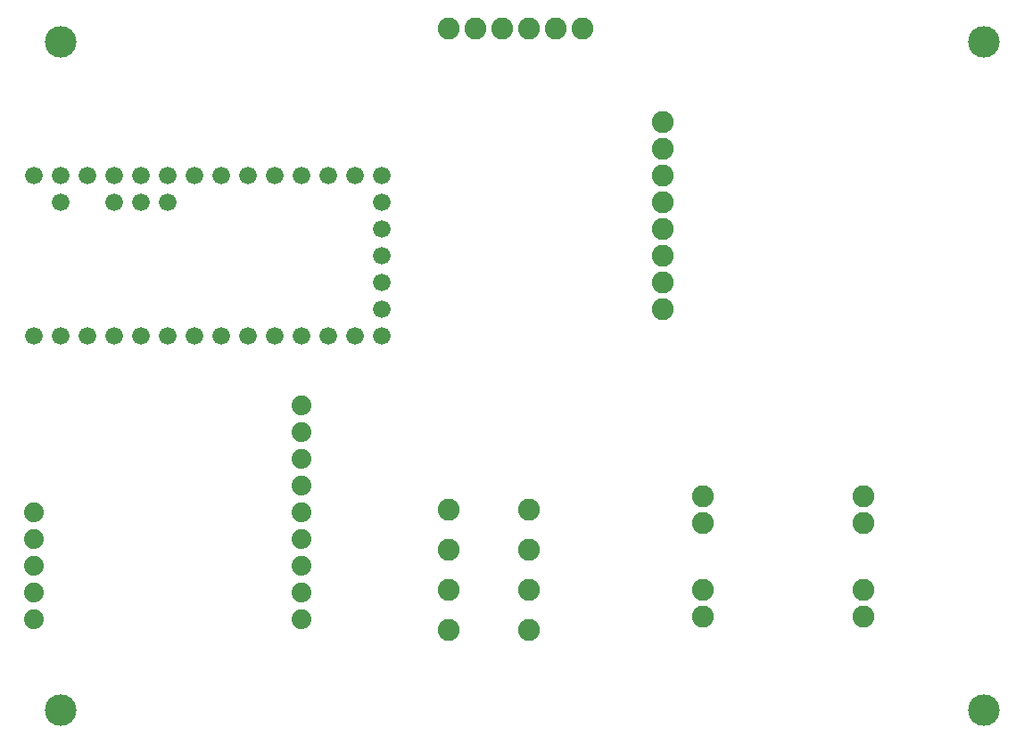
<source format=gbr>
G04 EAGLE Gerber X2 export*
%TF.Part,Single*%
%TF.FileFunction,Soldermask,Top,1*%
%TF.FilePolarity,Negative*%
%TF.GenerationSoftware,Autodesk,EAGLE,9.1.3*%
%TF.CreationDate,2020-01-09T21:36:22Z*%
G75*
%MOMM*%
%FSLAX34Y34*%
%LPD*%
%AMOC8*
5,1,8,0,0,1.08239X$1,22.5*%
G01*
%ADD10C,2.082800*%
%ADD11C,1.879600*%
%ADD12C,3.003200*%
%ADD13C,1.676400*%


D10*
X1485900Y368300D03*
X1485900Y342900D03*
X1638300Y368300D03*
X1638300Y342900D03*
X1485900Y457200D03*
X1485900Y431800D03*
X1244600Y901700D03*
X1270000Y901700D03*
X1295400Y901700D03*
X1320800Y901700D03*
X1346200Y901700D03*
X1371600Y901700D03*
X1320800Y406400D03*
X1244600Y406400D03*
X1320800Y368300D03*
X1244600Y368300D03*
X1320800Y330200D03*
X1244600Y330200D03*
D11*
X1104900Y340400D03*
X1104900Y365800D03*
X1104900Y391200D03*
X1104900Y416600D03*
X1104900Y442000D03*
X1104900Y467400D03*
X1104900Y492800D03*
X1104900Y518200D03*
X1104900Y543600D03*
X850900Y340400D03*
X850900Y365800D03*
X850900Y391200D03*
X850900Y416600D03*
X850900Y442000D03*
D10*
X1320800Y444500D03*
X1244600Y444500D03*
X1638300Y457200D03*
X1638300Y431800D03*
D12*
X876300Y889000D03*
X1752600Y889000D03*
X1752600Y254000D03*
X876300Y254000D03*
D13*
X850900Y609600D03*
X876300Y609600D03*
X901700Y609600D03*
X927100Y609600D03*
X952500Y609600D03*
X977900Y609600D03*
X1003300Y609600D03*
X1028700Y609600D03*
X1054100Y609600D03*
X1079500Y609600D03*
X1104900Y609600D03*
X1130300Y609600D03*
X1155700Y609600D03*
X1181100Y609600D03*
X1181100Y635000D03*
X1181100Y660400D03*
X1181100Y685800D03*
X1181100Y711200D03*
X1181100Y736600D03*
X1181100Y762000D03*
X1155700Y762000D03*
X1130300Y762000D03*
X1104900Y762000D03*
X1079500Y762000D03*
X1054100Y762000D03*
X1028700Y762000D03*
X1003300Y762000D03*
X977900Y762000D03*
X952500Y762000D03*
X927100Y762000D03*
X901700Y762000D03*
X876300Y762000D03*
X850900Y762000D03*
X876300Y736600D03*
X927100Y736600D03*
X952500Y736600D03*
X977900Y736600D03*
D10*
X1447800Y635000D03*
X1447800Y660400D03*
X1447800Y685800D03*
X1447800Y711200D03*
X1447800Y736600D03*
X1447800Y762000D03*
X1447800Y787400D03*
X1447800Y812800D03*
M02*

</source>
